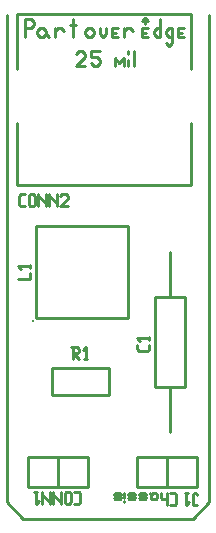
<source format=gbr>
G04 start of page 8 for group -4079 idx -4079 *
G04 Title: (unknown), topsilk *
G04 Creator: pcb 20110918 *
G04 CreationDate: Thu Mar  7 15:00:05 2013 UTC *
G04 For: fosse *
G04 Format: Gerber/RS-274X *
G04 PCB-Dimensions: 100000 200000 *
G04 PCB-Coordinate-Origin: lower left *
%MOIN*%
%FSLAX25Y25*%
%LNTOPSILK*%
%ADD57C,0.0110*%
%ADD56C,0.0100*%
G54D56*X17500Y187000D02*Y24500D01*
X85000D02*Y187000D01*
X17500Y24500D02*X23000Y19000D01*
X79500D01*
X85000Y24500D01*
X72020Y27450D02*X73505D01*
X74000Y26955D02*X73505Y27450D01*
X74000Y26955D02*Y23985D01*
X73505Y23490D01*
X72020D02*X73505D01*
X70832Y27450D02*Y23490D01*
Y25965D02*X70337Y25470D01*
X69347D02*X70337D01*
X69347D02*X68852Y25965D01*
Y27450D02*Y25965D01*
X66179Y25470D02*X65684Y25965D01*
X66179Y25470D02*X67169D01*
X67664Y25965D02*X67169Y25470D01*
X67664Y26955D02*Y25965D01*
Y26955D02*X67169Y27450D01*
X65684Y26955D02*Y25470D01*
Y26955D02*X65189Y27450D01*
X66179D02*X67169D01*
X66179D02*X65684Y26955D01*
X62021Y27450D02*X63506D01*
X62021D02*X61526Y26955D01*
X62021Y26460D02*X61526Y26955D01*
X62021Y26460D02*X63506D01*
X64001Y25965D02*X63506Y26460D01*
X64001Y25965D02*X63506Y25470D01*
X62021D02*X63506D01*
X62021D02*X61526Y25965D01*
X64001Y26955D02*X63506Y27450D01*
X58358D02*X59843D01*
X58358D02*X57863Y26955D01*
X58358Y26460D02*X57863Y26955D01*
X58358Y26460D02*X59843D01*
X60338Y25965D02*X59843Y26460D01*
X60338Y25965D02*X59843Y25470D01*
X58358D02*X59843D01*
X58358D02*X57863Y25965D01*
X60338Y26955D02*X59843Y27450D01*
X56675Y24975D02*Y24480D01*
Y27450D02*Y25965D01*
X53705Y27450D02*X55190D01*
X53705D02*X53210Y26955D01*
X53705Y26460D02*X53210Y26955D01*
X53705Y26460D02*X55190D01*
X55685Y25965D02*X55190Y26460D01*
X55685Y25965D02*X55190Y25470D01*
X53705D02*X55190D01*
X53705D02*X53210Y25965D01*
X55685Y26955D02*X55190Y27450D01*
X27300Y116702D02*Y85993D01*
Y116702D02*X58008D01*
Y85993D01*
X27300D02*X58008D01*
X26314Y85009D03*
X63500Y184000D02*Y186000D01*
X64500Y185000D01*
X63500Y186000D02*X62500Y185000D01*
X54000Y181000D02*X52500D01*
X64000D02*X62500D01*
X76000D02*X74500D01*
Y182500D02*Y179500D01*
X76500Y182500D02*X74500D01*
Y179500D02*X76500D01*
X71500Y176500D02*X70500Y177500D01*
X72500D02*X71500Y176500D01*
X72500Y182500D02*Y177500D01*
X71500Y179500D02*X72500D01*
X70500Y180500D02*X71500Y179500D01*
X70500Y181500D02*Y180500D01*
X71500Y182500D02*X70500Y181500D01*
X72500Y182500D02*X71500D01*
X68500Y179500D02*Y185500D01*
X67500Y179500D02*X68500D01*
X66500Y180500D02*X67500Y179500D01*
X66500Y181500D02*Y180500D01*
X67500Y182500D02*X66500Y181500D01*
X68500Y182500D02*X67500D01*
X62500D02*Y179500D01*
X64500Y182500D02*X62500D01*
Y179500D02*X64500D01*
X59500Y181500D02*X58500Y182500D01*
X56500Y179500D02*Y182500D01*
X57500D02*X56500Y181500D01*
X58500Y182500D02*X57500D01*
X52500D02*Y179500D01*
X54500Y182500D02*X52500D01*
Y179500D02*X54500D01*
X50500Y180500D02*Y182500D01*
X49500Y179500D02*X50500Y180500D01*
X48500D02*X49500Y179500D01*
X48500Y182500D02*Y180500D01*
X45500Y179500D02*X44500D01*
X46500Y180500D02*X45500Y179500D01*
X46500Y181500D02*Y180500D01*
X45500Y182500D02*X46500Y181500D01*
X44500Y182500D02*X45500D01*
X43500Y181500D02*X44500Y182500D01*
X43500Y180500D02*Y181500D01*
X44500Y179500D02*X43500Y180500D01*
X40500Y183500D02*X38500D01*
X39500Y185500D02*Y179500D01*
X33500D02*Y182500D01*
X34500D02*X33500Y181500D01*
X35500Y182500D02*X34500D01*
X36500Y181500D02*X35500Y182500D01*
X30500Y180500D02*X31500Y179500D01*
X29500Y182500D02*X28500D01*
X30500Y181500D02*X29500Y182500D01*
X30500Y180500D02*Y181500D01*
X29500Y179500D02*X30500Y180500D01*
X28500Y179500D02*X29500D01*
X27500Y180500D02*X28500Y179500D01*
X27500Y181500D02*Y180500D01*
X28500Y182500D02*X27500Y181500D01*
X25500Y182500D02*X23500D01*
X26500Y183500D02*X25500Y182500D01*
X26500Y184500D02*Y183500D01*
X25500Y185500D02*X26500Y184500D01*
X23500Y185500D02*X25500D01*
X23500D02*Y179500D01*
X53500Y172500D02*Y170000D01*
X55000Y171000D02*X53500Y172500D01*
X56500D02*X55000Y171000D01*
X56500Y170000D02*Y172500D01*
X58000Y174000D02*Y175000D01*
Y172000D02*Y170000D01*
X60000Y175000D02*Y170000D01*
X41500Y175000D02*X42500D01*
X40500Y174000D02*X41500Y175000D01*
X46500Y170000D02*X45500Y171000D01*
X47500Y170000D02*X46500D01*
X48500Y171000D02*X47500Y170000D01*
X48500Y172000D02*Y171000D01*
X47500Y173000D02*X48500Y172000D01*
X45500Y173000D02*X47500D01*
X45500Y175000D02*Y173000D01*
X48500Y175000D02*X45500D01*
X43500Y173000D02*X40500Y170000D01*
X43500Y174000D02*Y173000D01*
X42500Y175000D02*X43500Y174000D01*
X40500Y170000D02*X43500D01*
X21000Y130150D02*Y151000D01*
X79000Y169000D02*Y187350D01*
X21000D02*X79000D01*
X21000Y130150D02*X79000D01*
Y151000D01*
X21000Y169000D02*Y187320D01*
X72000Y63000D02*Y48000D01*
Y108000D02*Y93000D01*
X67000D02*Y63000D01*
Y93000D02*X77000D01*
Y63000D01*
X67000D02*X77000D01*
X24500Y39500D02*X44500D01*
X24500D02*Y29500D01*
X44500D01*
Y39500D02*Y29500D01*
X34500Y39500D02*Y29500D01*
X44500D01*
G54D57*X51600Y69400D02*Y60100D01*
X32500D02*X51600D01*
X32500Y69400D02*Y60100D01*
Y69400D02*X51600D01*
G54D56*X71000Y29500D02*X81000D01*
X71000Y39500D02*Y29500D01*
X81000Y39500D02*Y29500D01*
X61000D02*X81000D01*
X61000Y39500D02*Y29500D01*
Y39500D02*X81000D01*
X21410Y98984D02*X25410D01*
Y100984D02*Y98984D01*
Y103684D02*Y102684D01*
X21410Y103184D02*X25410D01*
X22410Y102184D02*X21410Y103184D01*
X22140Y123260D02*X23640D01*
X21640Y123760D02*X22140Y123260D01*
X21640Y126760D02*Y123760D01*
Y126760D02*X22140Y127260D01*
X23640D01*
X24840Y126760D02*Y123760D01*
Y126760D02*X25340Y127260D01*
X26340D01*
X26840Y126760D01*
Y123760D01*
X26340Y123260D02*X26840Y123760D01*
X25340Y123260D02*X26340D01*
X24840Y123760D02*X25340Y123260D01*
X28040Y127260D02*Y123260D01*
Y127260D02*Y126760D01*
X30540Y124260D01*
Y127260D02*Y123260D01*
X31740Y127260D02*Y123260D01*
Y127260D02*Y126760D01*
X34240Y124260D01*
Y127260D02*Y123260D01*
X35440Y126760D02*X35940Y127260D01*
X37440D01*
X37940Y126760D01*
Y125760D01*
X35440Y123260D02*X37940Y125760D01*
X35440Y123260D02*X37940D01*
X65000Y77000D02*Y75500D01*
X64500Y75000D02*X65000Y75500D01*
X61500Y75000D02*X64500D01*
X61500D02*X61000Y75500D01*
Y77000D02*Y75500D01*
X65000Y79700D02*Y78700D01*
X61000Y79200D02*X65000D01*
X62000Y78200D02*X61000Y79200D01*
X40000Y28000D02*X41500D01*
X42000Y27500D02*X41500Y28000D01*
X42000Y27500D02*Y24500D01*
X41500Y24000D01*
X40000D02*X41500D01*
X38800Y27500D02*Y24500D01*
X38300Y24000D01*
X37300D02*X38300D01*
X37300D02*X36800Y24500D01*
Y27500D02*Y24500D01*
X37300Y28000D02*X36800Y27500D01*
X37300Y28000D02*X38300D01*
X38800Y27500D02*X38300Y28000D01*
X35600D02*Y24000D01*
Y24500D02*Y24000D01*
Y24500D02*X33100Y27000D01*
Y28000D02*Y24000D01*
X31900Y28000D02*Y24000D01*
Y24500D02*Y24000D01*
Y24500D02*X29400Y27000D01*
Y28000D02*Y24000D01*
X26700Y28000D02*X27700D01*
X27200D02*Y24000D01*
X28200Y25000D02*X27200Y24000D01*
X39100Y76200D02*X41100D01*
X41600Y75700D01*
Y74700D01*
X41100Y74200D02*X41600Y74700D01*
X39600Y74200D02*X41100D01*
X39600Y76200D02*Y72200D01*
Y74200D02*X41600Y72200D01*
X43300D02*X44300D01*
X43800Y76200D02*Y72200D01*
X42800Y75200D02*X43800Y76200D01*
X79500Y23500D02*X81000D01*
X79500Y27000D02*Y23500D01*
X80000Y27500D02*X79500Y27000D01*
X80000Y27500D02*X80500D01*
X81000Y27000D02*X80500Y27500D01*
X76800D02*X77800D01*
X77300D02*Y23500D01*
X78300Y24500D02*X77300Y23500D01*
M02*

</source>
